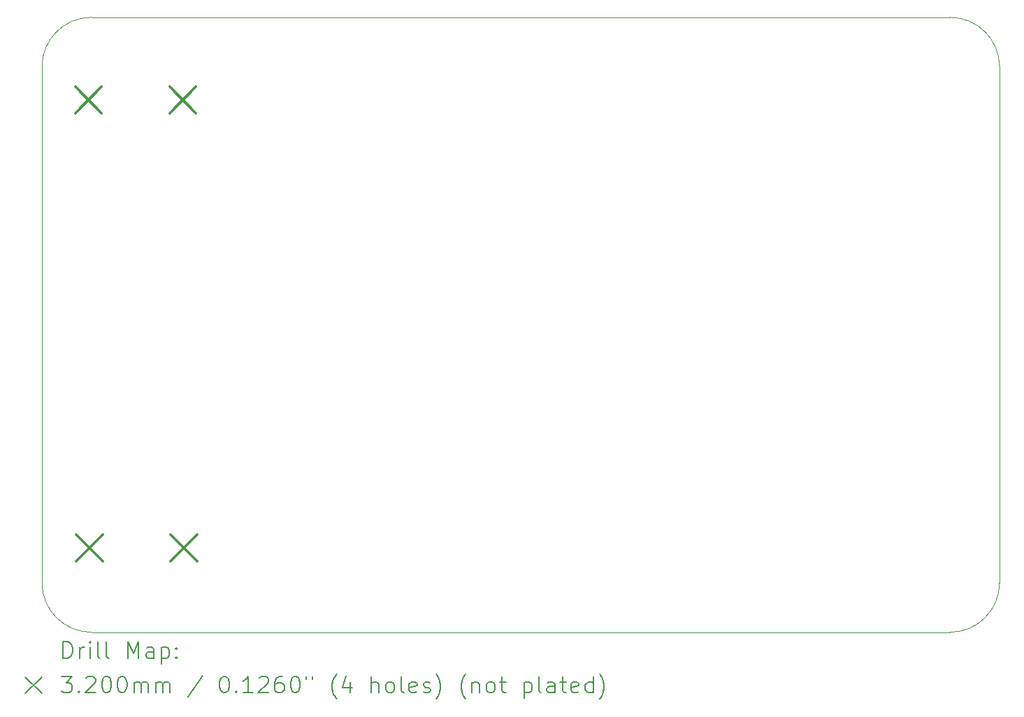
<source format=gbr>
%TF.GenerationSoftware,KiCad,Pcbnew,8.0.4*%
%TF.CreationDate,2024-08-28T22:22:44-04:00*%
%TF.ProjectId,pcb,7063622e-6b69-4636-9164-5f7063625858,1.0*%
%TF.SameCoordinates,Original*%
%TF.FileFunction,Drillmap*%
%TF.FilePolarity,Positive*%
%FSLAX45Y45*%
G04 Gerber Fmt 4.5, Leading zero omitted, Abs format (unit mm)*
G04 Created by KiCad (PCBNEW 8.0.4) date 2024-08-28 22:22:44*
%MOMM*%
%LPD*%
G01*
G04 APERTURE LIST*
%ADD10C,0.050000*%
%ADD11C,0.200000*%
%ADD12C,0.320000*%
G04 APERTURE END LIST*
D10*
X7917500Y-14200000D02*
X7917500Y-7950000D01*
X8517500Y-14800000D02*
X18917500Y-14800000D01*
X18917500Y-7350000D02*
G75*
G02*
X19517500Y-7950000I0J-600000D01*
G01*
X18917500Y-7350000D02*
X8517500Y-7350000D01*
X8517500Y-14800000D02*
G75*
G02*
X7917500Y-14200000I0J600000D01*
G01*
X19517500Y-14200000D02*
G75*
G02*
X18917500Y-14800000I-600000J0D01*
G01*
X7917500Y-7950000D02*
G75*
G02*
X8517500Y-7350000I600000J0D01*
G01*
X19517500Y-7950000D02*
X19517500Y-14200000D01*
D11*
D12*
X8319750Y-8190000D02*
X8639750Y-8510000D01*
X8639750Y-8190000D02*
X8319750Y-8510000D01*
X8330500Y-13615000D02*
X8650500Y-13935000D01*
X8650500Y-13615000D02*
X8330500Y-13935000D01*
X9462750Y-8190000D02*
X9782750Y-8510000D01*
X9782750Y-8190000D02*
X9462750Y-8510000D01*
X9473500Y-13615000D02*
X9793500Y-13935000D01*
X9793500Y-13615000D02*
X9473500Y-13935000D01*
D11*
X8175777Y-15113984D02*
X8175777Y-14913984D01*
X8175777Y-14913984D02*
X8223396Y-14913984D01*
X8223396Y-14913984D02*
X8251967Y-14923508D01*
X8251967Y-14923508D02*
X8271015Y-14942555D01*
X8271015Y-14942555D02*
X8280539Y-14961603D01*
X8280539Y-14961603D02*
X8290062Y-14999698D01*
X8290062Y-14999698D02*
X8290062Y-15028269D01*
X8290062Y-15028269D02*
X8280539Y-15066365D01*
X8280539Y-15066365D02*
X8271015Y-15085412D01*
X8271015Y-15085412D02*
X8251967Y-15104460D01*
X8251967Y-15104460D02*
X8223396Y-15113984D01*
X8223396Y-15113984D02*
X8175777Y-15113984D01*
X8375777Y-15113984D02*
X8375777Y-14980650D01*
X8375777Y-15018746D02*
X8385301Y-14999698D01*
X8385301Y-14999698D02*
X8394824Y-14990174D01*
X8394824Y-14990174D02*
X8413872Y-14980650D01*
X8413872Y-14980650D02*
X8432920Y-14980650D01*
X8499586Y-15113984D02*
X8499586Y-14980650D01*
X8499586Y-14913984D02*
X8490063Y-14923508D01*
X8490063Y-14923508D02*
X8499586Y-14933031D01*
X8499586Y-14933031D02*
X8509110Y-14923508D01*
X8509110Y-14923508D02*
X8499586Y-14913984D01*
X8499586Y-14913984D02*
X8499586Y-14933031D01*
X8623396Y-15113984D02*
X8604348Y-15104460D01*
X8604348Y-15104460D02*
X8594824Y-15085412D01*
X8594824Y-15085412D02*
X8594824Y-14913984D01*
X8728158Y-15113984D02*
X8709110Y-15104460D01*
X8709110Y-15104460D02*
X8699586Y-15085412D01*
X8699586Y-15085412D02*
X8699586Y-14913984D01*
X8956729Y-15113984D02*
X8956729Y-14913984D01*
X8956729Y-14913984D02*
X9023396Y-15056841D01*
X9023396Y-15056841D02*
X9090063Y-14913984D01*
X9090063Y-14913984D02*
X9090063Y-15113984D01*
X9271015Y-15113984D02*
X9271015Y-15009222D01*
X9271015Y-15009222D02*
X9261491Y-14990174D01*
X9261491Y-14990174D02*
X9242444Y-14980650D01*
X9242444Y-14980650D02*
X9204348Y-14980650D01*
X9204348Y-14980650D02*
X9185301Y-14990174D01*
X9271015Y-15104460D02*
X9251967Y-15113984D01*
X9251967Y-15113984D02*
X9204348Y-15113984D01*
X9204348Y-15113984D02*
X9185301Y-15104460D01*
X9185301Y-15104460D02*
X9175777Y-15085412D01*
X9175777Y-15085412D02*
X9175777Y-15066365D01*
X9175777Y-15066365D02*
X9185301Y-15047317D01*
X9185301Y-15047317D02*
X9204348Y-15037793D01*
X9204348Y-15037793D02*
X9251967Y-15037793D01*
X9251967Y-15037793D02*
X9271015Y-15028269D01*
X9366253Y-14980650D02*
X9366253Y-15180650D01*
X9366253Y-14990174D02*
X9385301Y-14980650D01*
X9385301Y-14980650D02*
X9423396Y-14980650D01*
X9423396Y-14980650D02*
X9442444Y-14990174D01*
X9442444Y-14990174D02*
X9451967Y-14999698D01*
X9451967Y-14999698D02*
X9461491Y-15018746D01*
X9461491Y-15018746D02*
X9461491Y-15075888D01*
X9461491Y-15075888D02*
X9451967Y-15094936D01*
X9451967Y-15094936D02*
X9442444Y-15104460D01*
X9442444Y-15104460D02*
X9423396Y-15113984D01*
X9423396Y-15113984D02*
X9385301Y-15113984D01*
X9385301Y-15113984D02*
X9366253Y-15104460D01*
X9547205Y-15094936D02*
X9556729Y-15104460D01*
X9556729Y-15104460D02*
X9547205Y-15113984D01*
X9547205Y-15113984D02*
X9537682Y-15104460D01*
X9537682Y-15104460D02*
X9547205Y-15094936D01*
X9547205Y-15094936D02*
X9547205Y-15113984D01*
X9547205Y-14990174D02*
X9556729Y-14999698D01*
X9556729Y-14999698D02*
X9547205Y-15009222D01*
X9547205Y-15009222D02*
X9537682Y-14999698D01*
X9537682Y-14999698D02*
X9547205Y-14990174D01*
X9547205Y-14990174D02*
X9547205Y-15009222D01*
X7715000Y-15342500D02*
X7915000Y-15542500D01*
X7915000Y-15342500D02*
X7715000Y-15542500D01*
X8156729Y-15333984D02*
X8280539Y-15333984D01*
X8280539Y-15333984D02*
X8213872Y-15410174D01*
X8213872Y-15410174D02*
X8242443Y-15410174D01*
X8242443Y-15410174D02*
X8261491Y-15419698D01*
X8261491Y-15419698D02*
X8271015Y-15429222D01*
X8271015Y-15429222D02*
X8280539Y-15448269D01*
X8280539Y-15448269D02*
X8280539Y-15495888D01*
X8280539Y-15495888D02*
X8271015Y-15514936D01*
X8271015Y-15514936D02*
X8261491Y-15524460D01*
X8261491Y-15524460D02*
X8242443Y-15533984D01*
X8242443Y-15533984D02*
X8185301Y-15533984D01*
X8185301Y-15533984D02*
X8166253Y-15524460D01*
X8166253Y-15524460D02*
X8156729Y-15514936D01*
X8366253Y-15514936D02*
X8375777Y-15524460D01*
X8375777Y-15524460D02*
X8366253Y-15533984D01*
X8366253Y-15533984D02*
X8356729Y-15524460D01*
X8356729Y-15524460D02*
X8366253Y-15514936D01*
X8366253Y-15514936D02*
X8366253Y-15533984D01*
X8451967Y-15353031D02*
X8461491Y-15343508D01*
X8461491Y-15343508D02*
X8480539Y-15333984D01*
X8480539Y-15333984D02*
X8528158Y-15333984D01*
X8528158Y-15333984D02*
X8547205Y-15343508D01*
X8547205Y-15343508D02*
X8556729Y-15353031D01*
X8556729Y-15353031D02*
X8566253Y-15372079D01*
X8566253Y-15372079D02*
X8566253Y-15391127D01*
X8566253Y-15391127D02*
X8556729Y-15419698D01*
X8556729Y-15419698D02*
X8442444Y-15533984D01*
X8442444Y-15533984D02*
X8566253Y-15533984D01*
X8690063Y-15333984D02*
X8709110Y-15333984D01*
X8709110Y-15333984D02*
X8728158Y-15343508D01*
X8728158Y-15343508D02*
X8737682Y-15353031D01*
X8737682Y-15353031D02*
X8747205Y-15372079D01*
X8747205Y-15372079D02*
X8756729Y-15410174D01*
X8756729Y-15410174D02*
X8756729Y-15457793D01*
X8756729Y-15457793D02*
X8747205Y-15495888D01*
X8747205Y-15495888D02*
X8737682Y-15514936D01*
X8737682Y-15514936D02*
X8728158Y-15524460D01*
X8728158Y-15524460D02*
X8709110Y-15533984D01*
X8709110Y-15533984D02*
X8690063Y-15533984D01*
X8690063Y-15533984D02*
X8671015Y-15524460D01*
X8671015Y-15524460D02*
X8661491Y-15514936D01*
X8661491Y-15514936D02*
X8651967Y-15495888D01*
X8651967Y-15495888D02*
X8642444Y-15457793D01*
X8642444Y-15457793D02*
X8642444Y-15410174D01*
X8642444Y-15410174D02*
X8651967Y-15372079D01*
X8651967Y-15372079D02*
X8661491Y-15353031D01*
X8661491Y-15353031D02*
X8671015Y-15343508D01*
X8671015Y-15343508D02*
X8690063Y-15333984D01*
X8880539Y-15333984D02*
X8899586Y-15333984D01*
X8899586Y-15333984D02*
X8918634Y-15343508D01*
X8918634Y-15343508D02*
X8928158Y-15353031D01*
X8928158Y-15353031D02*
X8937682Y-15372079D01*
X8937682Y-15372079D02*
X8947205Y-15410174D01*
X8947205Y-15410174D02*
X8947205Y-15457793D01*
X8947205Y-15457793D02*
X8937682Y-15495888D01*
X8937682Y-15495888D02*
X8928158Y-15514936D01*
X8928158Y-15514936D02*
X8918634Y-15524460D01*
X8918634Y-15524460D02*
X8899586Y-15533984D01*
X8899586Y-15533984D02*
X8880539Y-15533984D01*
X8880539Y-15533984D02*
X8861491Y-15524460D01*
X8861491Y-15524460D02*
X8851967Y-15514936D01*
X8851967Y-15514936D02*
X8842444Y-15495888D01*
X8842444Y-15495888D02*
X8832920Y-15457793D01*
X8832920Y-15457793D02*
X8832920Y-15410174D01*
X8832920Y-15410174D02*
X8842444Y-15372079D01*
X8842444Y-15372079D02*
X8851967Y-15353031D01*
X8851967Y-15353031D02*
X8861491Y-15343508D01*
X8861491Y-15343508D02*
X8880539Y-15333984D01*
X9032920Y-15533984D02*
X9032920Y-15400650D01*
X9032920Y-15419698D02*
X9042444Y-15410174D01*
X9042444Y-15410174D02*
X9061491Y-15400650D01*
X9061491Y-15400650D02*
X9090063Y-15400650D01*
X9090063Y-15400650D02*
X9109110Y-15410174D01*
X9109110Y-15410174D02*
X9118634Y-15429222D01*
X9118634Y-15429222D02*
X9118634Y-15533984D01*
X9118634Y-15429222D02*
X9128158Y-15410174D01*
X9128158Y-15410174D02*
X9147205Y-15400650D01*
X9147205Y-15400650D02*
X9175777Y-15400650D01*
X9175777Y-15400650D02*
X9194825Y-15410174D01*
X9194825Y-15410174D02*
X9204348Y-15429222D01*
X9204348Y-15429222D02*
X9204348Y-15533984D01*
X9299586Y-15533984D02*
X9299586Y-15400650D01*
X9299586Y-15419698D02*
X9309110Y-15410174D01*
X9309110Y-15410174D02*
X9328158Y-15400650D01*
X9328158Y-15400650D02*
X9356729Y-15400650D01*
X9356729Y-15400650D02*
X9375777Y-15410174D01*
X9375777Y-15410174D02*
X9385301Y-15429222D01*
X9385301Y-15429222D02*
X9385301Y-15533984D01*
X9385301Y-15429222D02*
X9394825Y-15410174D01*
X9394825Y-15410174D02*
X9413872Y-15400650D01*
X9413872Y-15400650D02*
X9442444Y-15400650D01*
X9442444Y-15400650D02*
X9461491Y-15410174D01*
X9461491Y-15410174D02*
X9471015Y-15429222D01*
X9471015Y-15429222D02*
X9471015Y-15533984D01*
X9861491Y-15324460D02*
X9690063Y-15581603D01*
X10118634Y-15333984D02*
X10137682Y-15333984D01*
X10137682Y-15333984D02*
X10156729Y-15343508D01*
X10156729Y-15343508D02*
X10166253Y-15353031D01*
X10166253Y-15353031D02*
X10175777Y-15372079D01*
X10175777Y-15372079D02*
X10185301Y-15410174D01*
X10185301Y-15410174D02*
X10185301Y-15457793D01*
X10185301Y-15457793D02*
X10175777Y-15495888D01*
X10175777Y-15495888D02*
X10166253Y-15514936D01*
X10166253Y-15514936D02*
X10156729Y-15524460D01*
X10156729Y-15524460D02*
X10137682Y-15533984D01*
X10137682Y-15533984D02*
X10118634Y-15533984D01*
X10118634Y-15533984D02*
X10099587Y-15524460D01*
X10099587Y-15524460D02*
X10090063Y-15514936D01*
X10090063Y-15514936D02*
X10080539Y-15495888D01*
X10080539Y-15495888D02*
X10071015Y-15457793D01*
X10071015Y-15457793D02*
X10071015Y-15410174D01*
X10071015Y-15410174D02*
X10080539Y-15372079D01*
X10080539Y-15372079D02*
X10090063Y-15353031D01*
X10090063Y-15353031D02*
X10099587Y-15343508D01*
X10099587Y-15343508D02*
X10118634Y-15333984D01*
X10271015Y-15514936D02*
X10280539Y-15524460D01*
X10280539Y-15524460D02*
X10271015Y-15533984D01*
X10271015Y-15533984D02*
X10261491Y-15524460D01*
X10261491Y-15524460D02*
X10271015Y-15514936D01*
X10271015Y-15514936D02*
X10271015Y-15533984D01*
X10471015Y-15533984D02*
X10356729Y-15533984D01*
X10413872Y-15533984D02*
X10413872Y-15333984D01*
X10413872Y-15333984D02*
X10394825Y-15362555D01*
X10394825Y-15362555D02*
X10375777Y-15381603D01*
X10375777Y-15381603D02*
X10356729Y-15391127D01*
X10547206Y-15353031D02*
X10556729Y-15343508D01*
X10556729Y-15343508D02*
X10575777Y-15333984D01*
X10575777Y-15333984D02*
X10623396Y-15333984D01*
X10623396Y-15333984D02*
X10642444Y-15343508D01*
X10642444Y-15343508D02*
X10651968Y-15353031D01*
X10651968Y-15353031D02*
X10661491Y-15372079D01*
X10661491Y-15372079D02*
X10661491Y-15391127D01*
X10661491Y-15391127D02*
X10651968Y-15419698D01*
X10651968Y-15419698D02*
X10537682Y-15533984D01*
X10537682Y-15533984D02*
X10661491Y-15533984D01*
X10832920Y-15333984D02*
X10794825Y-15333984D01*
X10794825Y-15333984D02*
X10775777Y-15343508D01*
X10775777Y-15343508D02*
X10766253Y-15353031D01*
X10766253Y-15353031D02*
X10747206Y-15381603D01*
X10747206Y-15381603D02*
X10737682Y-15419698D01*
X10737682Y-15419698D02*
X10737682Y-15495888D01*
X10737682Y-15495888D02*
X10747206Y-15514936D01*
X10747206Y-15514936D02*
X10756729Y-15524460D01*
X10756729Y-15524460D02*
X10775777Y-15533984D01*
X10775777Y-15533984D02*
X10813872Y-15533984D01*
X10813872Y-15533984D02*
X10832920Y-15524460D01*
X10832920Y-15524460D02*
X10842444Y-15514936D01*
X10842444Y-15514936D02*
X10851968Y-15495888D01*
X10851968Y-15495888D02*
X10851968Y-15448269D01*
X10851968Y-15448269D02*
X10842444Y-15429222D01*
X10842444Y-15429222D02*
X10832920Y-15419698D01*
X10832920Y-15419698D02*
X10813872Y-15410174D01*
X10813872Y-15410174D02*
X10775777Y-15410174D01*
X10775777Y-15410174D02*
X10756729Y-15419698D01*
X10756729Y-15419698D02*
X10747206Y-15429222D01*
X10747206Y-15429222D02*
X10737682Y-15448269D01*
X10975777Y-15333984D02*
X10994825Y-15333984D01*
X10994825Y-15333984D02*
X11013872Y-15343508D01*
X11013872Y-15343508D02*
X11023396Y-15353031D01*
X11023396Y-15353031D02*
X11032920Y-15372079D01*
X11032920Y-15372079D02*
X11042444Y-15410174D01*
X11042444Y-15410174D02*
X11042444Y-15457793D01*
X11042444Y-15457793D02*
X11032920Y-15495888D01*
X11032920Y-15495888D02*
X11023396Y-15514936D01*
X11023396Y-15514936D02*
X11013872Y-15524460D01*
X11013872Y-15524460D02*
X10994825Y-15533984D01*
X10994825Y-15533984D02*
X10975777Y-15533984D01*
X10975777Y-15533984D02*
X10956729Y-15524460D01*
X10956729Y-15524460D02*
X10947206Y-15514936D01*
X10947206Y-15514936D02*
X10937682Y-15495888D01*
X10937682Y-15495888D02*
X10928158Y-15457793D01*
X10928158Y-15457793D02*
X10928158Y-15410174D01*
X10928158Y-15410174D02*
X10937682Y-15372079D01*
X10937682Y-15372079D02*
X10947206Y-15353031D01*
X10947206Y-15353031D02*
X10956729Y-15343508D01*
X10956729Y-15343508D02*
X10975777Y-15333984D01*
X11118634Y-15333984D02*
X11118634Y-15372079D01*
X11194825Y-15333984D02*
X11194825Y-15372079D01*
X11490063Y-15610174D02*
X11480539Y-15600650D01*
X11480539Y-15600650D02*
X11461491Y-15572079D01*
X11461491Y-15572079D02*
X11451968Y-15553031D01*
X11451968Y-15553031D02*
X11442444Y-15524460D01*
X11442444Y-15524460D02*
X11432920Y-15476841D01*
X11432920Y-15476841D02*
X11432920Y-15438746D01*
X11432920Y-15438746D02*
X11442444Y-15391127D01*
X11442444Y-15391127D02*
X11451968Y-15362555D01*
X11451968Y-15362555D02*
X11461491Y-15343508D01*
X11461491Y-15343508D02*
X11480539Y-15314936D01*
X11480539Y-15314936D02*
X11490063Y-15305412D01*
X11651968Y-15400650D02*
X11651968Y-15533984D01*
X11604348Y-15324460D02*
X11556729Y-15467317D01*
X11556729Y-15467317D02*
X11680539Y-15467317D01*
X11909110Y-15533984D02*
X11909110Y-15333984D01*
X11994825Y-15533984D02*
X11994825Y-15429222D01*
X11994825Y-15429222D02*
X11985301Y-15410174D01*
X11985301Y-15410174D02*
X11966253Y-15400650D01*
X11966253Y-15400650D02*
X11937682Y-15400650D01*
X11937682Y-15400650D02*
X11918634Y-15410174D01*
X11918634Y-15410174D02*
X11909110Y-15419698D01*
X12118634Y-15533984D02*
X12099587Y-15524460D01*
X12099587Y-15524460D02*
X12090063Y-15514936D01*
X12090063Y-15514936D02*
X12080539Y-15495888D01*
X12080539Y-15495888D02*
X12080539Y-15438746D01*
X12080539Y-15438746D02*
X12090063Y-15419698D01*
X12090063Y-15419698D02*
X12099587Y-15410174D01*
X12099587Y-15410174D02*
X12118634Y-15400650D01*
X12118634Y-15400650D02*
X12147206Y-15400650D01*
X12147206Y-15400650D02*
X12166253Y-15410174D01*
X12166253Y-15410174D02*
X12175777Y-15419698D01*
X12175777Y-15419698D02*
X12185301Y-15438746D01*
X12185301Y-15438746D02*
X12185301Y-15495888D01*
X12185301Y-15495888D02*
X12175777Y-15514936D01*
X12175777Y-15514936D02*
X12166253Y-15524460D01*
X12166253Y-15524460D02*
X12147206Y-15533984D01*
X12147206Y-15533984D02*
X12118634Y-15533984D01*
X12299587Y-15533984D02*
X12280539Y-15524460D01*
X12280539Y-15524460D02*
X12271015Y-15505412D01*
X12271015Y-15505412D02*
X12271015Y-15333984D01*
X12451968Y-15524460D02*
X12432920Y-15533984D01*
X12432920Y-15533984D02*
X12394825Y-15533984D01*
X12394825Y-15533984D02*
X12375777Y-15524460D01*
X12375777Y-15524460D02*
X12366253Y-15505412D01*
X12366253Y-15505412D02*
X12366253Y-15429222D01*
X12366253Y-15429222D02*
X12375777Y-15410174D01*
X12375777Y-15410174D02*
X12394825Y-15400650D01*
X12394825Y-15400650D02*
X12432920Y-15400650D01*
X12432920Y-15400650D02*
X12451968Y-15410174D01*
X12451968Y-15410174D02*
X12461491Y-15429222D01*
X12461491Y-15429222D02*
X12461491Y-15448269D01*
X12461491Y-15448269D02*
X12366253Y-15467317D01*
X12537682Y-15524460D02*
X12556730Y-15533984D01*
X12556730Y-15533984D02*
X12594825Y-15533984D01*
X12594825Y-15533984D02*
X12613872Y-15524460D01*
X12613872Y-15524460D02*
X12623396Y-15505412D01*
X12623396Y-15505412D02*
X12623396Y-15495888D01*
X12623396Y-15495888D02*
X12613872Y-15476841D01*
X12613872Y-15476841D02*
X12594825Y-15467317D01*
X12594825Y-15467317D02*
X12566253Y-15467317D01*
X12566253Y-15467317D02*
X12547206Y-15457793D01*
X12547206Y-15457793D02*
X12537682Y-15438746D01*
X12537682Y-15438746D02*
X12537682Y-15429222D01*
X12537682Y-15429222D02*
X12547206Y-15410174D01*
X12547206Y-15410174D02*
X12566253Y-15400650D01*
X12566253Y-15400650D02*
X12594825Y-15400650D01*
X12594825Y-15400650D02*
X12613872Y-15410174D01*
X12690063Y-15610174D02*
X12699587Y-15600650D01*
X12699587Y-15600650D02*
X12718634Y-15572079D01*
X12718634Y-15572079D02*
X12728158Y-15553031D01*
X12728158Y-15553031D02*
X12737682Y-15524460D01*
X12737682Y-15524460D02*
X12747206Y-15476841D01*
X12747206Y-15476841D02*
X12747206Y-15438746D01*
X12747206Y-15438746D02*
X12737682Y-15391127D01*
X12737682Y-15391127D02*
X12728158Y-15362555D01*
X12728158Y-15362555D02*
X12718634Y-15343508D01*
X12718634Y-15343508D02*
X12699587Y-15314936D01*
X12699587Y-15314936D02*
X12690063Y-15305412D01*
X13051968Y-15610174D02*
X13042444Y-15600650D01*
X13042444Y-15600650D02*
X13023396Y-15572079D01*
X13023396Y-15572079D02*
X13013872Y-15553031D01*
X13013872Y-15553031D02*
X13004349Y-15524460D01*
X13004349Y-15524460D02*
X12994825Y-15476841D01*
X12994825Y-15476841D02*
X12994825Y-15438746D01*
X12994825Y-15438746D02*
X13004349Y-15391127D01*
X13004349Y-15391127D02*
X13013872Y-15362555D01*
X13013872Y-15362555D02*
X13023396Y-15343508D01*
X13023396Y-15343508D02*
X13042444Y-15314936D01*
X13042444Y-15314936D02*
X13051968Y-15305412D01*
X13128158Y-15400650D02*
X13128158Y-15533984D01*
X13128158Y-15419698D02*
X13137682Y-15410174D01*
X13137682Y-15410174D02*
X13156730Y-15400650D01*
X13156730Y-15400650D02*
X13185301Y-15400650D01*
X13185301Y-15400650D02*
X13204349Y-15410174D01*
X13204349Y-15410174D02*
X13213872Y-15429222D01*
X13213872Y-15429222D02*
X13213872Y-15533984D01*
X13337682Y-15533984D02*
X13318634Y-15524460D01*
X13318634Y-15524460D02*
X13309111Y-15514936D01*
X13309111Y-15514936D02*
X13299587Y-15495888D01*
X13299587Y-15495888D02*
X13299587Y-15438746D01*
X13299587Y-15438746D02*
X13309111Y-15419698D01*
X13309111Y-15419698D02*
X13318634Y-15410174D01*
X13318634Y-15410174D02*
X13337682Y-15400650D01*
X13337682Y-15400650D02*
X13366253Y-15400650D01*
X13366253Y-15400650D02*
X13385301Y-15410174D01*
X13385301Y-15410174D02*
X13394825Y-15419698D01*
X13394825Y-15419698D02*
X13404349Y-15438746D01*
X13404349Y-15438746D02*
X13404349Y-15495888D01*
X13404349Y-15495888D02*
X13394825Y-15514936D01*
X13394825Y-15514936D02*
X13385301Y-15524460D01*
X13385301Y-15524460D02*
X13366253Y-15533984D01*
X13366253Y-15533984D02*
X13337682Y-15533984D01*
X13461492Y-15400650D02*
X13537682Y-15400650D01*
X13490063Y-15333984D02*
X13490063Y-15505412D01*
X13490063Y-15505412D02*
X13499587Y-15524460D01*
X13499587Y-15524460D02*
X13518634Y-15533984D01*
X13518634Y-15533984D02*
X13537682Y-15533984D01*
X13756730Y-15400650D02*
X13756730Y-15600650D01*
X13756730Y-15410174D02*
X13775777Y-15400650D01*
X13775777Y-15400650D02*
X13813873Y-15400650D01*
X13813873Y-15400650D02*
X13832920Y-15410174D01*
X13832920Y-15410174D02*
X13842444Y-15419698D01*
X13842444Y-15419698D02*
X13851968Y-15438746D01*
X13851968Y-15438746D02*
X13851968Y-15495888D01*
X13851968Y-15495888D02*
X13842444Y-15514936D01*
X13842444Y-15514936D02*
X13832920Y-15524460D01*
X13832920Y-15524460D02*
X13813873Y-15533984D01*
X13813873Y-15533984D02*
X13775777Y-15533984D01*
X13775777Y-15533984D02*
X13756730Y-15524460D01*
X13966253Y-15533984D02*
X13947206Y-15524460D01*
X13947206Y-15524460D02*
X13937682Y-15505412D01*
X13937682Y-15505412D02*
X13937682Y-15333984D01*
X14128158Y-15533984D02*
X14128158Y-15429222D01*
X14128158Y-15429222D02*
X14118634Y-15410174D01*
X14118634Y-15410174D02*
X14099587Y-15400650D01*
X14099587Y-15400650D02*
X14061492Y-15400650D01*
X14061492Y-15400650D02*
X14042444Y-15410174D01*
X14128158Y-15524460D02*
X14109111Y-15533984D01*
X14109111Y-15533984D02*
X14061492Y-15533984D01*
X14061492Y-15533984D02*
X14042444Y-15524460D01*
X14042444Y-15524460D02*
X14032920Y-15505412D01*
X14032920Y-15505412D02*
X14032920Y-15486365D01*
X14032920Y-15486365D02*
X14042444Y-15467317D01*
X14042444Y-15467317D02*
X14061492Y-15457793D01*
X14061492Y-15457793D02*
X14109111Y-15457793D01*
X14109111Y-15457793D02*
X14128158Y-15448269D01*
X14194825Y-15400650D02*
X14271015Y-15400650D01*
X14223396Y-15333984D02*
X14223396Y-15505412D01*
X14223396Y-15505412D02*
X14232920Y-15524460D01*
X14232920Y-15524460D02*
X14251968Y-15533984D01*
X14251968Y-15533984D02*
X14271015Y-15533984D01*
X14413873Y-15524460D02*
X14394825Y-15533984D01*
X14394825Y-15533984D02*
X14356730Y-15533984D01*
X14356730Y-15533984D02*
X14337682Y-15524460D01*
X14337682Y-15524460D02*
X14328158Y-15505412D01*
X14328158Y-15505412D02*
X14328158Y-15429222D01*
X14328158Y-15429222D02*
X14337682Y-15410174D01*
X14337682Y-15410174D02*
X14356730Y-15400650D01*
X14356730Y-15400650D02*
X14394825Y-15400650D01*
X14394825Y-15400650D02*
X14413873Y-15410174D01*
X14413873Y-15410174D02*
X14423396Y-15429222D01*
X14423396Y-15429222D02*
X14423396Y-15448269D01*
X14423396Y-15448269D02*
X14328158Y-15467317D01*
X14594825Y-15533984D02*
X14594825Y-15333984D01*
X14594825Y-15524460D02*
X14575777Y-15533984D01*
X14575777Y-15533984D02*
X14537682Y-15533984D01*
X14537682Y-15533984D02*
X14518634Y-15524460D01*
X14518634Y-15524460D02*
X14509111Y-15514936D01*
X14509111Y-15514936D02*
X14499587Y-15495888D01*
X14499587Y-15495888D02*
X14499587Y-15438746D01*
X14499587Y-15438746D02*
X14509111Y-15419698D01*
X14509111Y-15419698D02*
X14518634Y-15410174D01*
X14518634Y-15410174D02*
X14537682Y-15400650D01*
X14537682Y-15400650D02*
X14575777Y-15400650D01*
X14575777Y-15400650D02*
X14594825Y-15410174D01*
X14671015Y-15610174D02*
X14680539Y-15600650D01*
X14680539Y-15600650D02*
X14699587Y-15572079D01*
X14699587Y-15572079D02*
X14709111Y-15553031D01*
X14709111Y-15553031D02*
X14718634Y-15524460D01*
X14718634Y-15524460D02*
X14728158Y-15476841D01*
X14728158Y-15476841D02*
X14728158Y-15438746D01*
X14728158Y-15438746D02*
X14718634Y-15391127D01*
X14718634Y-15391127D02*
X14709111Y-15362555D01*
X14709111Y-15362555D02*
X14699587Y-15343508D01*
X14699587Y-15343508D02*
X14680539Y-15314936D01*
X14680539Y-15314936D02*
X14671015Y-15305412D01*
M02*

</source>
